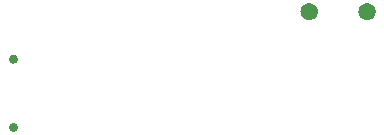
<source format=gko>
G04*
G04 #@! TF.GenerationSoftware,Altium Limited,Altium Designer,20.0.13 (296)*
G04*
G04 Layer_Color=16711935*
%FSLAX25Y25*%
%MOIN*%
G70*
G01*
G75*
%ADD59C,0.00100*%
G36*
X25767Y-69256D02*
X25493D01*
X24987Y-69046D01*
X24599Y-68659D01*
X24389Y-68152D01*
Y-67604D01*
X24599Y-67097D01*
X24987Y-66710D01*
X25493Y-66500D01*
X25767D01*
X26041D01*
X26548Y-66710D01*
X26936Y-67097D01*
X27145Y-67604D01*
Y-68152D01*
X26936Y-68659D01*
X26548Y-69046D01*
X26041Y-69256D01*
X25767D01*
D01*
D01*
D02*
G37*
G36*
Y-46500D02*
X25493D01*
X24987Y-46290D01*
X24599Y-45903D01*
X24389Y-45396D01*
Y-44848D01*
X24599Y-44341D01*
X24987Y-43954D01*
X25493Y-43744D01*
X25767D01*
X26041D01*
X26548Y-43954D01*
X26936Y-44341D01*
X27145Y-44848D01*
Y-45396D01*
X26936Y-45903D01*
X26548Y-46290D01*
X26041Y-46500D01*
X25767D01*
D01*
D01*
D02*
G37*
G36*
X121598Y-29288D02*
Y-28925D01*
X121786Y-28224D01*
X122149Y-27595D01*
X122662Y-27082D01*
X123290Y-26719D01*
X123991Y-26532D01*
X124717D01*
X125418Y-26719D01*
X126046Y-27082D01*
X126559Y-27595D01*
X126922Y-28224D01*
X127110Y-28925D01*
Y-29288D01*
Y-29650D01*
X126922Y-30351D01*
X126559Y-30980D01*
X126046Y-31493D01*
X125418Y-31856D01*
X124717Y-32043D01*
X123991D01*
X123290Y-31856D01*
X122662Y-31493D01*
X122149Y-30980D01*
X121786Y-30351D01*
X121598Y-29650D01*
Y-29288D01*
D01*
D01*
D02*
G37*
G36*
X140890D02*
Y-28925D01*
X141078Y-28224D01*
X141441Y-27595D01*
X141954Y-27082D01*
X142582Y-26719D01*
X143283Y-26532D01*
X144009D01*
X144710Y-26719D01*
X145338Y-27082D01*
X145851Y-27595D01*
X146214Y-28224D01*
X146402Y-28925D01*
Y-29288D01*
Y-29650D01*
X146214Y-30351D01*
X145851Y-30980D01*
X145338Y-31493D01*
X144710Y-31856D01*
X144009Y-32043D01*
X143283D01*
X142582Y-31856D01*
X141954Y-31493D01*
X141441Y-30980D01*
X141078Y-30351D01*
X140890Y-29650D01*
Y-29288D01*
D01*
D01*
D02*
G37*
D59*
X146402D02*
G03*
X146402Y-29288I-2756J0D01*
G01*
X127110D02*
G03*
X127110Y-29288I-2756J0D01*
G01*
X27145Y-45122D02*
G03*
X27145Y-45122I-1378J0D01*
G01*
Y-67878D02*
G03*
X27145Y-67878I-1378J0D01*
G01*
M02*

</source>
